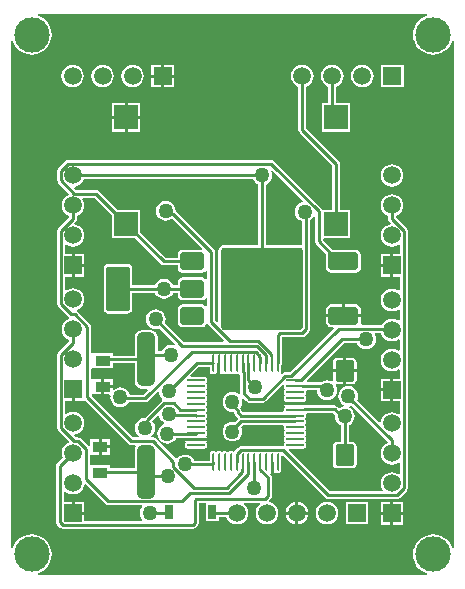
<source format=gtl>
G04*
G04 #@! TF.GenerationSoftware,Altium Limited,Altium Designer,22.7.1 (60)*
G04*
G04 Layer_Physical_Order=1*
G04 Layer_Color=255*
%FSAX44Y44*%
%MOMM*%
G71*
G04*
G04 #@! TF.SameCoordinates,EF7A3B51-B4F6-4626-86D8-2FC679187BC1*
G04*
G04*
G04 #@! TF.FilePolarity,Positive*
G04*
G01*
G75*
%ADD13C,0.2540*%
%ADD31R,1.3000X0.9000*%
G04:AMPARAMS|DCode=32|XSize=4.5mm|YSize=1.5mm|CornerRadius=0.375mm|HoleSize=0mm|Usage=FLASHONLY|Rotation=270.000|XOffset=0mm|YOffset=0mm|HoleType=Round|Shape=RoundedRectangle|*
%AMROUNDEDRECTD32*
21,1,4.5000,0.7500,0,0,270.0*
21,1,3.7500,1.5000,0,0,270.0*
1,1,0.7500,-0.3750,-1.8750*
1,1,0.7500,-0.3750,1.8750*
1,1,0.7500,0.3750,1.8750*
1,1,0.7500,0.3750,-1.8750*
%
%ADD32ROUNDEDRECTD32*%
G04:AMPARAMS|DCode=33|XSize=0.15mm|YSize=1.44mm|CornerRadius=0.0188mm|HoleSize=0mm|Usage=FLASHONLY|Rotation=180.000|XOffset=0mm|YOffset=0mm|HoleType=Round|Shape=RoundedRectangle|*
%AMROUNDEDRECTD33*
21,1,0.1500,1.4025,0,0,180.0*
21,1,0.1125,1.4400,0,0,180.0*
1,1,0.0375,-0.0563,0.7013*
1,1,0.0375,0.0563,0.7013*
1,1,0.0375,0.0563,-0.7013*
1,1,0.0375,-0.0563,-0.7013*
%
%ADD33ROUNDEDRECTD33*%
G04:AMPARAMS|DCode=34|XSize=1.44mm|YSize=0.18mm|CornerRadius=0.0225mm|HoleSize=0mm|Usage=FLASHONLY|Rotation=180.000|XOffset=0mm|YOffset=0mm|HoleType=Round|Shape=RoundedRectangle|*
%AMROUNDEDRECTD34*
21,1,1.4400,0.1350,0,0,180.0*
21,1,1.3950,0.1800,0,0,180.0*
1,1,0.0450,-0.6975,0.0675*
1,1,0.0450,0.6975,0.0675*
1,1,0.0450,0.6975,-0.0675*
1,1,0.0450,-0.6975,-0.0675*
%
%ADD34ROUNDEDRECTD34*%
G04:AMPARAMS|DCode=35|XSize=1.6mm|YSize=1.8mm|CornerRadius=0.16mm|HoleSize=0mm|Usage=FLASHONLY|Rotation=0.000|XOffset=0mm|YOffset=0mm|HoleType=Round|Shape=RoundedRectangle|*
%AMROUNDEDRECTD35*
21,1,1.6000,1.4800,0,0,0.0*
21,1,1.2800,1.8000,0,0,0.0*
1,1,0.3200,0.6400,-0.7400*
1,1,0.3200,-0.6400,-0.7400*
1,1,0.3200,-0.6400,0.7400*
1,1,0.3200,0.6400,0.7400*
%
%ADD35ROUNDEDRECTD35*%
%ADD36R,0.7000X1.2000*%
%ADD37R,2.0000X2.0000*%
G04:AMPARAMS|DCode=38|XSize=1.5mm|YSize=2.5mm|CornerRadius=0.15mm|HoleSize=0mm|Usage=FLASHONLY|Rotation=90.000|XOffset=0mm|YOffset=0mm|HoleType=Round|Shape=RoundedRectangle|*
%AMROUNDEDRECTD38*
21,1,1.5000,2.2000,0,0,90.0*
21,1,1.2000,2.5000,0,0,90.0*
1,1,0.3000,1.1000,0.6000*
1,1,0.3000,1.1000,-0.6000*
1,1,0.3000,-1.1000,-0.6000*
1,1,0.3000,-1.1000,0.6000*
%
%ADD38ROUNDEDRECTD38*%
G04:AMPARAMS|DCode=39|XSize=7mm|YSize=7mm|CornerRadius=0.35mm|HoleSize=0mm|Usage=FLASHONLY|Rotation=90.000|XOffset=0mm|YOffset=0mm|HoleType=Round|Shape=RoundedRectangle|*
%AMROUNDEDRECTD39*
21,1,7.0000,6.3000,0,0,90.0*
21,1,6.3000,7.0000,0,0,90.0*
1,1,0.7000,3.1500,3.1500*
1,1,0.7000,3.1500,-3.1500*
1,1,0.7000,-3.1500,-3.1500*
1,1,0.7000,-3.1500,3.1500*
%
%ADD39ROUNDEDRECTD39*%
G04:AMPARAMS|DCode=40|XSize=3.8mm|YSize=2mm|CornerRadius=0.2mm|HoleSize=0mm|Usage=FLASHONLY|Rotation=90.000|XOffset=0mm|YOffset=0mm|HoleType=Round|Shape=RoundedRectangle|*
%AMROUNDEDRECTD40*
21,1,3.8000,1.6000,0,0,90.0*
21,1,3.4000,2.0000,0,0,90.0*
1,1,0.4000,0.8000,1.7000*
1,1,0.4000,0.8000,-1.7000*
1,1,0.4000,-0.8000,-1.7000*
1,1,0.4000,-0.8000,1.7000*
%
%ADD40ROUNDEDRECTD40*%
G04:AMPARAMS|DCode=41|XSize=1.5mm|YSize=2mm|CornerRadius=0.15mm|HoleSize=0mm|Usage=FLASHONLY|Rotation=90.000|XOffset=0mm|YOffset=0mm|HoleType=Round|Shape=RoundedRectangle|*
%AMROUNDEDRECTD41*
21,1,1.5000,1.7000,0,0,90.0*
21,1,1.2000,2.0000,0,0,90.0*
1,1,0.3000,0.8500,0.6000*
1,1,0.3000,0.8500,-0.6000*
1,1,0.3000,-0.8500,-0.6000*
1,1,0.3000,-0.8500,0.6000*
%
%ADD41ROUNDEDRECTD41*%
%ADD42R,1.5000X1.5000*%
%ADD43C,1.5000*%
%ADD44R,1.5000X1.5000*%
%ADD45C,1.2700*%
%ADD46C,3.0000*%
G36*
X00764779Y01136181D02*
X00763463Y01135782D01*
X00760510Y01134203D01*
X00757921Y01132079D01*
X00755797Y01129490D01*
X00754218Y01126537D01*
X00753246Y01123333D01*
X00752918Y01120000D01*
X00753246Y01116667D01*
X00754218Y01113463D01*
X00755797Y01110510D01*
X00757921Y01107921D01*
X00760510Y01105797D01*
X00763463Y01104218D01*
X00766667Y01103246D01*
X00770000Y01102918D01*
X00773333Y01103246D01*
X00776537Y01104218D01*
X00779490Y01105797D01*
X00782079Y01107921D01*
X00784203Y01110510D01*
X00785782Y01113463D01*
X00786181Y01114779D01*
X00787451Y01114591D01*
Y00685409D01*
X00786181Y00685221D01*
X00785782Y00686537D01*
X00784203Y00689490D01*
X00782079Y00692079D01*
X00779490Y00694203D01*
X00776537Y00695782D01*
X00773333Y00696754D01*
X00770000Y00697082D01*
X00766667Y00696754D01*
X00763463Y00695782D01*
X00760510Y00694203D01*
X00757921Y00692079D01*
X00755797Y00689490D01*
X00754218Y00686537D01*
X00753246Y00683333D01*
X00752918Y00680000D01*
X00753246Y00676667D01*
X00754218Y00673463D01*
X00755797Y00670510D01*
X00757921Y00667921D01*
X00760510Y00665797D01*
X00763463Y00664218D01*
X00764779Y00663819D01*
X00764591Y00662549D01*
X00435409D01*
X00435221Y00663819D01*
X00436537Y00664218D01*
X00439490Y00665797D01*
X00442079Y00667921D01*
X00444203Y00670510D01*
X00445782Y00673463D01*
X00446754Y00676667D01*
X00447082Y00680000D01*
X00446754Y00683333D01*
X00445782Y00686537D01*
X00444203Y00689490D01*
X00442079Y00692079D01*
X00439490Y00694203D01*
X00436537Y00695782D01*
X00433333Y00696754D01*
X00430000Y00697082D01*
X00426667Y00696754D01*
X00423463Y00695782D01*
X00420510Y00694203D01*
X00417921Y00692079D01*
X00415797Y00689490D01*
X00414218Y00686537D01*
X00413819Y00685221D01*
X00412549Y00685409D01*
Y01114591D01*
X00413819Y01114779D01*
X00414218Y01113463D01*
X00415797Y01110510D01*
X00417921Y01107921D01*
X00420510Y01105797D01*
X00423463Y01104218D01*
X00426667Y01103246D01*
X00430000Y01102918D01*
X00433333Y01103246D01*
X00436537Y01104218D01*
X00439490Y01105797D01*
X00442079Y01107921D01*
X00444203Y01110510D01*
X00445782Y01113463D01*
X00446754Y01116667D01*
X00447082Y01120000D01*
X00446754Y01123333D01*
X00445782Y01126537D01*
X00444203Y01129490D01*
X00442079Y01132079D01*
X00439490Y01134203D01*
X00436537Y01135782D01*
X00435221Y01136181D01*
X00435409Y01137451D01*
X00764591D01*
X00764779Y01136181D01*
D02*
G37*
%LPC*%
G36*
X00550300Y01094500D02*
X00542070D01*
Y01086270D01*
X00550300D01*
Y01094500D01*
D02*
G37*
G36*
X00539530D02*
X00531300D01*
Y01086270D01*
X00539530D01*
Y01094500D01*
D02*
G37*
G36*
X00744900D02*
X00725900D01*
Y01075500D01*
X00744900D01*
Y01094500D01*
D02*
G37*
G36*
X00550300Y01083730D02*
X00542070D01*
Y01075500D01*
X00550300D01*
Y01083730D01*
D02*
G37*
G36*
X00539530D02*
X00531300D01*
Y01075500D01*
X00539530D01*
Y01083730D01*
D02*
G37*
G36*
X00710000Y01094582D02*
X00707520Y01094255D01*
X00705209Y01093298D01*
X00703225Y01091775D01*
X00701702Y01089791D01*
X00700744Y01087480D01*
X00700418Y01085000D01*
X00700744Y01082520D01*
X00701702Y01080209D01*
X00703225Y01078224D01*
X00705209Y01076702D01*
X00707520Y01075744D01*
X00710000Y01075418D01*
X00712480Y01075744D01*
X00714791Y01076702D01*
X00716776Y01078224D01*
X00718298Y01080209D01*
X00719256Y01082520D01*
X00719582Y01085000D01*
X00719256Y01087480D01*
X00718298Y01089791D01*
X00716776Y01091775D01*
X00714791Y01093298D01*
X00712480Y01094255D01*
X00710000Y01094582D01*
D02*
G37*
G36*
X00515400D02*
X00512920Y01094255D01*
X00510609Y01093298D01*
X00508625Y01091775D01*
X00507102Y01089791D01*
X00506145Y01087480D01*
X00505818Y01085000D01*
X00506145Y01082520D01*
X00507102Y01080209D01*
X00508625Y01078224D01*
X00510609Y01076702D01*
X00512920Y01075744D01*
X00515400Y01075418D01*
X00517880Y01075744D01*
X00520191Y01076702D01*
X00522175Y01078224D01*
X00523698Y01080209D01*
X00524655Y01082520D01*
X00524982Y01085000D01*
X00524655Y01087480D01*
X00523698Y01089791D01*
X00522175Y01091775D01*
X00520191Y01093298D01*
X00517880Y01094255D01*
X00515400Y01094582D01*
D02*
G37*
G36*
X00490000D02*
X00487520Y01094255D01*
X00485209Y01093298D01*
X00483225Y01091775D01*
X00481702Y01089791D01*
X00480745Y01087480D01*
X00480418Y01085000D01*
X00480745Y01082520D01*
X00481702Y01080209D01*
X00483225Y01078224D01*
X00485209Y01076702D01*
X00487520Y01075744D01*
X00490000Y01075418D01*
X00492480Y01075744D01*
X00494791Y01076702D01*
X00496776Y01078224D01*
X00498298Y01080209D01*
X00499255Y01082520D01*
X00499582Y01085000D01*
X00499255Y01087480D01*
X00498298Y01089791D01*
X00496776Y01091775D01*
X00494791Y01093298D01*
X00492480Y01094255D01*
X00490000Y01094582D01*
D02*
G37*
G36*
X00464600D02*
X00462120Y01094255D01*
X00459809Y01093298D01*
X00457825Y01091775D01*
X00456302Y01089791D01*
X00455345Y01087480D01*
X00455018Y01085000D01*
X00455345Y01082520D01*
X00456302Y01080209D01*
X00457825Y01078224D01*
X00459809Y01076702D01*
X00462120Y01075744D01*
X00464600Y01075418D01*
X00467080Y01075744D01*
X00469391Y01076702D01*
X00471376Y01078224D01*
X00472898Y01080209D01*
X00473856Y01082520D01*
X00474182Y01085000D01*
X00473856Y01087480D01*
X00472898Y01089791D01*
X00471376Y01091775D01*
X00469391Y01093298D01*
X00467080Y01094255D01*
X00464600Y01094582D01*
D02*
G37*
G36*
X00522000Y01062000D02*
X00511270D01*
Y01051270D01*
X00522000D01*
Y01062000D01*
D02*
G37*
G36*
X00508730D02*
X00498000D01*
Y01051270D01*
X00508730D01*
Y01062000D01*
D02*
G37*
G36*
X00684600Y01094582D02*
X00682120Y01094255D01*
X00679809Y01093298D01*
X00677825Y01091775D01*
X00676302Y01089791D01*
X00675344Y01087480D01*
X00675018Y01085000D01*
X00675344Y01082520D01*
X00676302Y01080209D01*
X00677825Y01078224D01*
X00679809Y01076702D01*
X00681266Y01076098D01*
Y01062000D01*
X00675800D01*
Y01038000D01*
X00699800D01*
Y01062000D01*
X00687934D01*
Y01076098D01*
X00689391Y01076702D01*
X00691376Y01078224D01*
X00692898Y01080209D01*
X00693856Y01082520D01*
X00694182Y01085000D01*
X00693856Y01087480D01*
X00692898Y01089791D01*
X00691376Y01091775D01*
X00689391Y01093298D01*
X00687080Y01094255D01*
X00684600Y01094582D01*
D02*
G37*
G36*
X00522000Y01048730D02*
X00511270D01*
Y01038000D01*
X00522000D01*
Y01048730D01*
D02*
G37*
G36*
X00508730D02*
X00498000D01*
Y01038000D01*
X00508730D01*
Y01048730D01*
D02*
G37*
G36*
X00735000Y01010382D02*
X00732520Y01010055D01*
X00730209Y01009098D01*
X00728225Y01007576D01*
X00726702Y01005591D01*
X00725744Y01003280D01*
X00725418Y01000800D01*
X00725744Y00998320D01*
X00726702Y00996009D01*
X00728225Y00994025D01*
X00730209Y00992502D01*
X00732520Y00991544D01*
X00735000Y00991218D01*
X00737480Y00991544D01*
X00739791Y00992502D01*
X00741776Y00994025D01*
X00743298Y00996009D01*
X00744256Y00998320D01*
X00744582Y01000800D01*
X00744256Y01003280D01*
X00743298Y01005591D01*
X00741776Y01007576D01*
X00739791Y01009098D01*
X00737480Y01010055D01*
X00735000Y01010382D01*
D02*
G37*
G36*
X00659200Y01094582D02*
X00656720Y01094255D01*
X00654409Y01093298D01*
X00652425Y01091775D01*
X00650902Y01089791D01*
X00649945Y01087480D01*
X00649618Y01085000D01*
X00649945Y01082520D01*
X00650902Y01080209D01*
X00652425Y01078224D01*
X00654409Y01076702D01*
X00655866Y01076098D01*
Y01039394D01*
X00656120Y01038118D01*
X00656842Y01037037D01*
X00684466Y01009413D01*
Y00971830D01*
X00676074D01*
X00675358Y00972902D01*
X00635082Y01013178D01*
X00634000Y01013900D01*
X00632724Y01014154D01*
X00460850D01*
X00459574Y01013900D01*
X00458492Y01013178D01*
X00452622Y01007308D01*
X00451900Y01006226D01*
X00451646Y01004950D01*
Y00996650D01*
X00451900Y00995374D01*
X00452622Y00994292D01*
X00461527Y00985387D01*
X00461279Y00984142D01*
X00460209Y00983698D01*
X00458225Y00982176D01*
X00456702Y00980191D01*
X00455745Y00977880D01*
X00455418Y00975400D01*
X00455745Y00972920D01*
X00456702Y00970609D01*
X00458225Y00968625D01*
X00460209Y00967102D01*
X00461333Y00966636D01*
X00461473Y00965358D01*
X00452622Y00956508D01*
X00451900Y00955426D01*
X00451646Y00954150D01*
Y00891650D01*
X00451900Y00890374D01*
X00452622Y00889292D01*
X00461172Y00880742D01*
X00461422Y00880575D01*
X00461281Y00879142D01*
X00460209Y00878698D01*
X00458225Y00877176D01*
X00456702Y00875191D01*
X00455745Y00872880D01*
X00455418Y00870400D01*
X00455745Y00867920D01*
X00456702Y00865609D01*
X00458225Y00863625D01*
X00460209Y00862102D01*
X00461333Y00861636D01*
X00461473Y00860358D01*
X00452622Y00851508D01*
X00451900Y00850426D01*
X00451646Y00849150D01*
Y00787050D01*
X00451900Y00785774D01*
X00452622Y00784692D01*
X00461527Y00775787D01*
X00461279Y00774542D01*
X00460209Y00774098D01*
X00458225Y00772575D01*
X00456702Y00770591D01*
X00455745Y00768280D01*
X00455418Y00765800D01*
X00455745Y00763320D01*
X00456348Y00761863D01*
X00451642Y00757158D01*
X00450920Y00756076D01*
X00450666Y00754800D01*
Y00707436D01*
X00450920Y00706160D01*
X00451642Y00705079D01*
X00454099Y00702622D01*
X00455180Y00701900D01*
X00456456Y00701646D01*
X00566512D01*
X00567788Y00701900D01*
X00568870Y00702622D01*
X00570358Y00704110D01*
X00571080Y00705192D01*
X00571334Y00706468D01*
Y00723796D01*
X00577500D01*
Y00708000D01*
X00588500D01*
Y00711666D01*
X00594898D01*
X00595502Y00710209D01*
X00597025Y00708224D01*
X00599009Y00706702D01*
X00601320Y00705744D01*
X00603800Y00705418D01*
X00606280Y00705744D01*
X00608591Y00706702D01*
X00610575Y00708224D01*
X00612098Y00710209D01*
X00613055Y00712520D01*
X00613382Y00715000D01*
X00613055Y00717480D01*
X00612098Y00719791D01*
X00610575Y00721775D01*
X00609597Y00722526D01*
X00610028Y00723796D01*
X00622971D01*
X00623403Y00722526D01*
X00622425Y00721775D01*
X00620902Y00719791D01*
X00619945Y00717480D01*
X00619618Y00715000D01*
X00619945Y00712520D01*
X00620902Y00710209D01*
X00622425Y00708224D01*
X00624409Y00706702D01*
X00626720Y00705744D01*
X00629200Y00705418D01*
X00631680Y00705744D01*
X00633991Y00706702D01*
X00635975Y00708224D01*
X00637498Y00710209D01*
X00638456Y00712520D01*
X00638782Y00715000D01*
X00638456Y00717480D01*
X00637498Y00719791D01*
X00635975Y00721775D01*
X00633991Y00723298D01*
X00631680Y00724255D01*
X00631325Y00724302D01*
X00630870Y00725643D01*
X00632357Y00727130D01*
X00633080Y00728212D01*
X00633334Y00729488D01*
Y00745147D01*
X00633080Y00746423D01*
X00632357Y00747505D01*
X00632080Y00747783D01*
X00632230Y00748064D01*
Y00758150D01*
X00634770D01*
Y00749048D01*
X00634916Y00749077D01*
X00635082Y00749188D01*
X00636000Y00749455D01*
X00636918Y00749188D01*
X00637084Y00749077D01*
X00637938Y00748907D01*
X00639062D01*
X00639916Y00749077D01*
X00640640Y00749560D01*
X00641123Y00750284D01*
X00641293Y00751137D01*
Y00763196D01*
X00642563Y00763722D01*
X00678662Y00727622D01*
X00679744Y00726900D01*
X00681020Y00726646D01*
X00739150D01*
X00740426Y00726900D01*
X00741508Y00727622D01*
X00747378Y00733492D01*
X00748100Y00734574D01*
X00748354Y00735850D01*
Y00954150D01*
X00748100Y00955426D01*
X00747378Y00956508D01*
X00738527Y00965358D01*
X00738667Y00966636D01*
X00739791Y00967102D01*
X00741776Y00968625D01*
X00743298Y00970609D01*
X00744256Y00972920D01*
X00744582Y00975400D01*
X00744256Y00977880D01*
X00743298Y00980191D01*
X00741776Y00982176D01*
X00739791Y00983698D01*
X00737480Y00984656D01*
X00735000Y00984982D01*
X00732520Y00984656D01*
X00730209Y00983698D01*
X00728225Y00982176D01*
X00726702Y00980191D01*
X00725744Y00977880D01*
X00725418Y00975400D01*
X00725744Y00972920D01*
X00726702Y00970609D01*
X00728225Y00968625D01*
X00730209Y00967102D01*
X00731746Y00966465D01*
Y00964090D01*
X00732000Y00962814D01*
X00732723Y00961732D01*
X00733873Y00960582D01*
X00733465Y00959380D01*
X00732520Y00959256D01*
X00730209Y00958298D01*
X00728225Y00956776D01*
X00726702Y00954791D01*
X00725744Y00952480D01*
X00725418Y00950000D01*
X00725744Y00947520D01*
X00726702Y00945209D01*
X00728225Y00943225D01*
X00730209Y00941702D01*
X00732520Y00940744D01*
X00735000Y00940418D01*
X00737480Y00940744D01*
X00739791Y00941702D01*
X00740547Y00942282D01*
X00741686Y00941720D01*
Y00934100D01*
X00736270D01*
Y00924600D01*
Y00915100D01*
X00741686D01*
Y00903680D01*
X00740547Y00903118D01*
X00739791Y00903698D01*
X00737480Y00904656D01*
X00735000Y00904982D01*
X00732520Y00904656D01*
X00730209Y00903698D01*
X00728225Y00902176D01*
X00726702Y00900191D01*
X00725744Y00897880D01*
X00725418Y00895400D01*
X00725744Y00892920D01*
X00726702Y00890609D01*
X00728225Y00888625D01*
X00730209Y00887102D01*
X00732520Y00886145D01*
X00735000Y00885818D01*
X00737480Y00886145D01*
X00739791Y00887102D01*
X00740547Y00887682D01*
X00741686Y00887120D01*
Y00878280D01*
X00740547Y00877718D01*
X00739791Y00878298D01*
X00737480Y00879256D01*
X00735000Y00879582D01*
X00732520Y00879256D01*
X00730209Y00878298D01*
X00728225Y00876776D01*
X00726702Y00874791D01*
X00726459Y00874204D01*
X00709421D01*
X00708464Y00875474D01*
X00708569Y00876000D01*
Y00880730D01*
X00694000D01*
X00679431D01*
Y00876000D01*
X00679703Y00874634D01*
X00680477Y00873477D01*
X00681634Y00872703D01*
X00683000Y00872431D01*
X00685087D01*
X00685573Y00871258D01*
X00648569Y00834254D01*
X00644738D01*
X00643462Y00834000D01*
X00642381Y00833277D01*
X00642134Y00833031D01*
X00642045Y00833024D01*
X00641493Y00833598D01*
X00641159Y00834163D01*
X00641293Y00834837D01*
Y00840144D01*
X00641580Y00840574D01*
X00641834Y00841850D01*
Y00864146D01*
X00658994D01*
X00660269Y00864400D01*
X00661351Y00865123D01*
X00664877Y00868649D01*
X00665600Y00869731D01*
X00665854Y00871006D01*
Y00963200D01*
X00666955Y00964045D01*
X00668294Y00965789D01*
X00668396Y00966036D01*
X00669666Y00965783D01*
Y00945482D01*
X00669920Y00944207D01*
X00670642Y00943125D01*
X00679487Y00934280D01*
X00679431Y00934000D01*
Y00922000D01*
X00679703Y00920634D01*
X00680477Y00919477D01*
X00681634Y00918703D01*
X00683000Y00918431D01*
X00705000D01*
X00706366Y00918703D01*
X00707523Y00919477D01*
X00708297Y00920634D01*
X00708569Y00922000D01*
Y00934000D01*
X00708297Y00935366D01*
X00707523Y00936523D01*
X00706366Y00937297D01*
X00705000Y00937569D01*
X00685510D01*
X00685269Y00937928D01*
X00676637Y00946560D01*
X00677067Y00947830D01*
X00699800D01*
Y00971830D01*
X00691134D01*
Y01010794D01*
X00690880Y01012070D01*
X00690157Y01013152D01*
X00662534Y01040775D01*
Y01076098D01*
X00663991Y01076702D01*
X00665975Y01078224D01*
X00667498Y01080209D01*
X00668456Y01082520D01*
X00668782Y01085000D01*
X00668456Y01087480D01*
X00667498Y01089791D01*
X00665975Y01091775D01*
X00663991Y01093298D01*
X00661680Y01094255D01*
X00659200Y01094582D01*
D02*
G37*
G36*
X00733730Y00934100D02*
X00725500D01*
Y00925870D01*
X00733730D01*
Y00934100D01*
D02*
G37*
G36*
Y00923330D02*
X00725500D01*
Y00915100D01*
X00733730D01*
Y00923330D01*
D02*
G37*
G36*
X00705000Y00891569D02*
X00695270D01*
Y00883270D01*
X00708569D01*
Y00888000D01*
X00708297Y00889366D01*
X00707523Y00890523D01*
X00706366Y00891297D01*
X00705000Y00891569D01*
D02*
G37*
G36*
X00692730D02*
X00683000D01*
X00681634Y00891297D01*
X00680477Y00890523D01*
X00679703Y00889366D01*
X00679431Y00888000D01*
Y00883270D01*
X00692730D01*
Y00891569D01*
D02*
G37*
G36*
X00655870Y00724415D02*
Y00716270D01*
X00664015D01*
X00663856Y00717480D01*
X00662898Y00719791D01*
X00661376Y00721775D01*
X00659391Y00723298D01*
X00657080Y00724255D01*
X00655870Y00724415D01*
D02*
G37*
G36*
X00653330D02*
X00652120Y00724255D01*
X00649809Y00723298D01*
X00647825Y00721775D01*
X00646302Y00719791D01*
X00645345Y00717480D01*
X00645185Y00716270D01*
X00653330D01*
Y00724415D01*
D02*
G37*
G36*
X00744500Y00724100D02*
X00736270D01*
Y00715870D01*
X00744500D01*
Y00724100D01*
D02*
G37*
G36*
X00733730D02*
X00725500D01*
Y00715870D01*
X00733730D01*
Y00724100D01*
D02*
G37*
G36*
X00664015Y00713730D02*
X00655870D01*
Y00705585D01*
X00657080Y00705744D01*
X00659391Y00706702D01*
X00661376Y00708224D01*
X00662898Y00710209D01*
X00663856Y00712520D01*
X00664015Y00713730D01*
D02*
G37*
G36*
X00653330D02*
X00645185D01*
X00645345Y00712520D01*
X00646302Y00710209D01*
X00647825Y00708224D01*
X00649809Y00706702D01*
X00652120Y00705744D01*
X00653330Y00705585D01*
Y00713730D01*
D02*
G37*
G36*
X00714900Y00724500D02*
X00695900D01*
Y00705500D01*
X00714900D01*
Y00724500D01*
D02*
G37*
G36*
X00680000Y00724582D02*
X00677520Y00724255D01*
X00675209Y00723298D01*
X00673225Y00721775D01*
X00671702Y00719791D01*
X00670745Y00717480D01*
X00670418Y00715000D01*
X00670745Y00712520D01*
X00671702Y00710209D01*
X00673225Y00708224D01*
X00675209Y00706702D01*
X00677520Y00705744D01*
X00680000Y00705418D01*
X00682480Y00705744D01*
X00684791Y00706702D01*
X00686776Y00708224D01*
X00688298Y00710209D01*
X00689256Y00712520D01*
X00689582Y00715000D01*
X00689256Y00717480D01*
X00688298Y00719791D01*
X00686776Y00721775D01*
X00684791Y00723298D01*
X00682480Y00724255D01*
X00680000Y00724582D01*
D02*
G37*
G36*
X00744500Y00713330D02*
X00736270D01*
Y00705100D01*
X00744500D01*
Y00713330D01*
D02*
G37*
G36*
X00733730D02*
X00725500D01*
Y00705100D01*
X00733730D01*
Y00713330D01*
D02*
G37*
%LPD*%
G36*
X00659461Y00979368D02*
X00659053Y00978166D01*
X00658820Y00978135D01*
X00656789Y00977294D01*
X00655045Y00975955D01*
X00653706Y00974211D01*
X00652865Y00972180D01*
X00652578Y00970000D01*
X00652865Y00967820D01*
X00653706Y00965789D01*
X00655045Y00964045D01*
X00656789Y00962706D01*
X00658820Y00961865D01*
X00659186Y00961817D01*
Y00942731D01*
X00657916Y00941826D01*
X00656500Y00942108D01*
X00628334D01*
Y00993060D01*
X00629411Y00993506D01*
X00631155Y00994845D01*
X00632494Y00996589D01*
X00633335Y00998620D01*
X00633622Y01000800D01*
X00633335Y01002980D01*
X00632827Y01004206D01*
X00633904Y01004925D01*
X00659461Y00979368D01*
D02*
G37*
G36*
X00498000Y00967115D02*
Y00947830D01*
X00517285D01*
X00539473Y00925642D01*
X00540554Y00924920D01*
X00541830Y00924666D01*
X00553931D01*
Y00922000D01*
X00554203Y00920634D01*
X00554977Y00919477D01*
X00556134Y00918703D01*
X00557500Y00918431D01*
X00574500D01*
X00575866Y00918703D01*
X00577023Y00919477D01*
X00577396Y00920034D01*
X00578666Y00919649D01*
Y00913351D01*
X00577396Y00912966D01*
X00577023Y00913523D01*
X00575866Y00914297D01*
X00574500Y00914569D01*
X00557500D01*
X00556134Y00914297D01*
X00554977Y00913523D01*
X00554203Y00912366D01*
X00553931Y00911000D01*
Y00908334D01*
X00549657D01*
X00549294Y00909211D01*
X00547955Y00910955D01*
X00546211Y00912294D01*
X00544180Y00913135D01*
X00542000Y00913422D01*
X00539820Y00913135D01*
X00537789Y00912294D01*
X00536045Y00910955D01*
X00534706Y00909211D01*
X00534343Y00908334D01*
X00515078D01*
Y00922000D01*
X00514768Y00923561D01*
X00513884Y00924884D01*
X00512561Y00925768D01*
X00511000Y00926078D01*
X00495000D01*
X00493439Y00925768D01*
X00492116Y00924884D01*
X00491232Y00923561D01*
X00490922Y00922000D01*
Y00888000D01*
X00491232Y00886439D01*
X00492116Y00885116D01*
X00493439Y00884232D01*
X00495000Y00883922D01*
X00511000D01*
X00512561Y00884232D01*
X00513884Y00885116D01*
X00514768Y00886439D01*
X00515078Y00888000D01*
Y00901666D01*
X00534343D01*
X00534706Y00900789D01*
X00536045Y00899045D01*
X00537789Y00897706D01*
X00539820Y00896865D01*
X00542000Y00896578D01*
X00544180Y00896865D01*
X00546211Y00897706D01*
X00547955Y00899045D01*
X00549294Y00900789D01*
X00549657Y00901666D01*
X00553931D01*
Y00899000D01*
X00554203Y00897634D01*
X00554977Y00896477D01*
X00556134Y00895703D01*
X00557500Y00895431D01*
X00574500D01*
X00575866Y00895703D01*
X00577023Y00896477D01*
X00577396Y00897034D01*
X00578666Y00896649D01*
Y00890351D01*
X00577396Y00889966D01*
X00577023Y00890523D01*
X00575866Y00891297D01*
X00574500Y00891569D01*
X00557500D01*
X00556134Y00891297D01*
X00554977Y00890523D01*
X00554203Y00889366D01*
X00553931Y00888000D01*
Y00876000D01*
X00554203Y00874634D01*
X00554977Y00873477D01*
X00556134Y00872703D01*
X00557500Y00872431D01*
X00574500D01*
X00575866Y00872703D01*
X00577023Y00873477D01*
X00577797Y00874634D01*
X00577817Y00874738D01*
X00579141Y00874880D01*
X00579642Y00874129D01*
X00592559Y00861213D01*
X00592073Y00860039D01*
X00558676D01*
X00542772Y00875943D01*
X00543135Y00876820D01*
X00543422Y00879000D01*
X00543135Y00881180D01*
X00542294Y00883211D01*
X00540955Y00884955D01*
X00539211Y00886294D01*
X00537180Y00887135D01*
X00535000Y00887422D01*
X00532820Y00887135D01*
X00530789Y00886294D01*
X00529045Y00884955D01*
X00527706Y00883211D01*
X00526865Y00881180D01*
X00526578Y00879000D01*
X00526865Y00876820D01*
X00527706Y00874789D01*
X00529045Y00873045D01*
X00530789Y00871706D01*
X00532820Y00870865D01*
X00535000Y00870578D01*
X00537180Y00870865D01*
X00538057Y00871228D01*
X00551196Y00858089D01*
X00550477Y00857012D01*
X00550180Y00857135D01*
X00548000Y00857422D01*
X00545820Y00857135D01*
X00543789Y00856294D01*
X00542045Y00854955D01*
X00540706Y00853211D01*
X00540343Y00852334D01*
X00536613D01*
Y00863750D01*
X00536166Y00865993D01*
X00534896Y00867896D01*
X00532994Y00869166D01*
X00530750Y00869613D01*
X00523250D01*
X00521007Y00869166D01*
X00519104Y00867896D01*
X00517834Y00865993D01*
X00517387Y00863750D01*
Y00848334D01*
X00498500D01*
Y00850500D01*
X00481500D01*
Y00850500D01*
X00480334Y00850751D01*
Y00872570D01*
X00480080Y00873846D01*
X00479357Y00874928D01*
X00468828Y00885458D01*
X00468578Y00885625D01*
X00468719Y00887058D01*
X00469791Y00887502D01*
X00471776Y00889025D01*
X00473298Y00891009D01*
X00474255Y00893320D01*
X00474582Y00895800D01*
X00474255Y00898280D01*
X00473298Y00900591D01*
X00471776Y00902576D01*
X00469791Y00904098D01*
X00467480Y00905055D01*
X00465000Y00905382D01*
X00462520Y00905055D01*
X00460209Y00904098D01*
X00459453Y00903518D01*
X00458314Y00904080D01*
Y00915100D01*
X00463730D01*
Y00924600D01*
Y00934100D01*
X00458314D01*
Y00941720D01*
X00459453Y00942282D01*
X00460209Y00941702D01*
X00462520Y00940744D01*
X00465000Y00940418D01*
X00467480Y00940744D01*
X00469791Y00941702D01*
X00471776Y00943225D01*
X00473298Y00945209D01*
X00474255Y00947520D01*
X00474582Y00950000D01*
X00474255Y00952480D01*
X00473298Y00954791D01*
X00471776Y00956776D01*
X00469791Y00958298D01*
X00467480Y00959256D01*
X00466535Y00959380D01*
X00466127Y00960582D01*
X00467277Y00961732D01*
X00468000Y00962814D01*
X00468254Y00964090D01*
Y00966465D01*
X00469791Y00967102D01*
X00471776Y00968625D01*
X00473298Y00970609D01*
X00474255Y00972920D01*
X00474582Y00975400D01*
X00474255Y00977880D01*
X00473298Y00980191D01*
X00472718Y00980947D01*
X00473280Y00982086D01*
X00483029D01*
X00498000Y00967115D01*
D02*
G37*
G36*
X00617906Y00996589D02*
X00619245Y00994845D01*
X00620989Y00993506D01*
X00621666Y00993226D01*
Y00942108D01*
X00593500D01*
X00591354Y00941681D01*
X00589535Y00940465D01*
X00588319Y00938646D01*
X00587892Y00936500D01*
Y00876969D01*
X00586719Y00876482D01*
X00585334Y00877867D01*
Y00936000D01*
X00585080Y00937276D01*
X00584357Y00938357D01*
X00552187Y00970528D01*
X00551767Y00970809D01*
X00551792Y00971000D01*
X00551505Y00973180D01*
X00550664Y00975211D01*
X00549325Y00976955D01*
X00547581Y00978294D01*
X00545550Y00979135D01*
X00543370Y00979422D01*
X00541190Y00979135D01*
X00539159Y00978294D01*
X00537415Y00976955D01*
X00536076Y00975211D01*
X00535235Y00973180D01*
X00534948Y00971000D01*
X00535235Y00968820D01*
X00536076Y00966789D01*
X00537415Y00965045D01*
X00539159Y00963706D01*
X00541190Y00962865D01*
X00543370Y00962578D01*
X00545550Y00962865D01*
X00547581Y00963706D01*
X00548711Y00964574D01*
X00574446Y00938839D01*
X00573920Y00937569D01*
X00557500D01*
X00556134Y00937297D01*
X00554977Y00936523D01*
X00554203Y00935366D01*
X00553931Y00934000D01*
Y00931334D01*
X00543211D01*
X00522000Y00952545D01*
Y00971830D01*
X00502715D01*
X00486768Y00987778D01*
X00485686Y00988500D01*
X00484410Y00988754D01*
X00467591D01*
X00466127Y00990218D01*
X00466535Y00991420D01*
X00467480Y00991544D01*
X00469791Y00992502D01*
X00471776Y00994025D01*
X00473298Y00996009D01*
X00473984Y00997666D01*
X00617460D01*
X00617906Y00996589D01*
D02*
G37*
G36*
X00725744Y00867520D02*
X00726702Y00865209D01*
X00728225Y00863225D01*
X00730209Y00861702D01*
X00732520Y00860745D01*
X00735000Y00860418D01*
X00737480Y00860745D01*
X00739791Y00861702D01*
X00740547Y00862282D01*
X00741686Y00861720D01*
Y00852880D01*
X00740547Y00852318D01*
X00739791Y00852898D01*
X00737480Y00853856D01*
X00735000Y00854182D01*
X00732520Y00853856D01*
X00730209Y00852898D01*
X00728225Y00851376D01*
X00726702Y00849391D01*
X00725744Y00847080D01*
X00725418Y00844600D01*
X00725744Y00842120D01*
X00726702Y00839809D01*
X00728225Y00837825D01*
X00730209Y00836302D01*
X00732520Y00835345D01*
X00735000Y00835018D01*
X00737480Y00835345D01*
X00739791Y00836302D01*
X00740547Y00836882D01*
X00741686Y00836320D01*
Y00828700D01*
X00736270D01*
Y00819200D01*
Y00809700D01*
X00741686D01*
Y00799080D01*
X00740547Y00798518D01*
X00739791Y00799098D01*
X00737480Y00800055D01*
X00735000Y00800382D01*
X00732520Y00800055D01*
X00730209Y00799098D01*
X00728225Y00797575D01*
X00726702Y00795591D01*
X00725744Y00793280D01*
X00725606Y00792231D01*
X00724404Y00791823D01*
X00705629Y00810598D01*
X00706135Y00811820D01*
X00706422Y00814000D01*
X00706135Y00816180D01*
X00705294Y00818211D01*
X00703955Y00819955D01*
X00702211Y00821294D01*
X00700180Y00822135D01*
X00698000Y00822422D01*
X00695820Y00822135D01*
X00693789Y00821294D01*
X00692045Y00819955D01*
X00690706Y00818211D01*
X00689865Y00816180D01*
X00689578Y00814000D01*
X00689865Y00811820D01*
X00690706Y00809789D01*
X00692045Y00808045D01*
X00693789Y00806706D01*
X00694087Y00806583D01*
X00693915Y00805279D01*
X00692820Y00805135D01*
X00690789Y00804294D01*
X00690157Y00803809D01*
X00688820Y00805146D01*
X00687738Y00805869D01*
X00686462Y00806122D01*
X00662670D01*
X00662582Y00806230D01*
X00652850D01*
X00643725D01*
X00643779Y00805957D01*
X00644271Y00805221D01*
Y00804779D01*
X00643779Y00804043D01*
X00643606Y00803175D01*
Y00801825D01*
X00642509Y00800834D01*
X00608851D01*
X00607580Y00802105D01*
X00607351Y00803255D01*
X00606777Y00804115D01*
X00607294Y00804789D01*
X00608135Y00806820D01*
X00608422Y00809000D01*
X00608135Y00811180D01*
X00608012Y00811477D01*
X00609089Y00812196D01*
X00611838Y00809447D01*
X00612920Y00808724D01*
X00614196Y00808470D01*
X00625622D01*
X00626898Y00808724D01*
X00627980Y00809447D01*
X00642461Y00823928D01*
X00643632Y00823303D01*
X00643606Y00823175D01*
Y00821825D01*
X00643779Y00820957D01*
X00644179Y00820000D01*
X00643779Y00819043D01*
X00643606Y00818175D01*
Y00816825D01*
X00643779Y00815957D01*
X00644271Y00815221D01*
Y00814779D01*
X00643779Y00814043D01*
X00643606Y00813175D01*
Y00811825D01*
X00643779Y00810957D01*
X00644271Y00810221D01*
Y00809779D01*
X00643779Y00809043D01*
X00643725Y00808770D01*
X00652850D01*
X00661975D01*
X00661921Y00809043D01*
X00661429Y00809779D01*
Y00810221D01*
X00661921Y00810957D01*
X00662094Y00811825D01*
Y00813175D01*
X00661921Y00814043D01*
X00661429Y00814779D01*
Y00815221D01*
X00661921Y00815957D01*
X00662094Y00816825D01*
Y00818175D01*
X00663191Y00819166D01*
X00671432D01*
X00671578Y00819000D01*
X00671865Y00816820D01*
X00672706Y00814789D01*
X00674045Y00813045D01*
X00675789Y00811706D01*
X00677820Y00810865D01*
X00680000Y00810578D01*
X00682180Y00810865D01*
X00684211Y00811706D01*
X00685955Y00813045D01*
X00687294Y00814789D01*
X00688135Y00816820D01*
X00688422Y00819000D01*
X00688135Y00821180D01*
X00687324Y00823138D01*
X00687442Y00823415D01*
X00688071Y00824285D01*
X00688600Y00824180D01*
X00693730D01*
Y00833980D01*
X00684930D01*
Y00827850D01*
X00685049Y00827252D01*
X00684716Y00826871D01*
X00683920Y00826414D01*
X00682180Y00827135D01*
X00680000Y00827422D01*
X00677820Y00827135D01*
X00675789Y00826294D01*
X00674894Y00825607D01*
X00673751Y00825834D01*
X00663255D01*
X00662729Y00827104D01*
X00694291Y00858666D01*
X00705343D01*
X00705706Y00857789D01*
X00707045Y00856045D01*
X00708789Y00854706D01*
X00710820Y00853865D01*
X00713000Y00853578D01*
X00715180Y00853865D01*
X00717211Y00854706D01*
X00718955Y00856045D01*
X00720294Y00857789D01*
X00721135Y00859820D01*
X00721422Y00862000D01*
X00721135Y00864180D01*
X00720294Y00866211D01*
X00720151Y00866397D01*
X00720713Y00867536D01*
X00725742D01*
X00725744Y00867520D01*
D02*
G37*
G36*
X00589770Y00832748D02*
X00589916Y00832777D01*
X00590082Y00832888D01*
X00591000Y00833155D01*
X00591918Y00832888D01*
X00592084Y00832777D01*
X00592938Y00832607D01*
X00594062D01*
X00594916Y00832777D01*
X00595082Y00832888D01*
X00596000Y00833155D01*
X00596918Y00832888D01*
X00597084Y00832777D01*
X00597938Y00832607D01*
X00599062D01*
X00599916Y00832777D01*
X00600082Y00832888D01*
X00601000Y00833155D01*
X00601918Y00832888D01*
X00602084Y00832777D01*
X00602938Y00832607D01*
X00604062D01*
X00604916Y00832777D01*
X00605688Y00832769D01*
X00606376Y00832251D01*
Y00816290D01*
X00606389Y00816223D01*
X00605237Y00815507D01*
X00604211Y00816294D01*
X00602180Y00817135D01*
X00600000Y00817422D01*
X00597820Y00817135D01*
X00595789Y00816294D01*
X00594045Y00814955D01*
X00592706Y00813211D01*
X00591865Y00811180D01*
X00591578Y00809000D01*
X00591865Y00806820D01*
X00592706Y00804789D01*
X00594045Y00803045D01*
X00595789Y00801706D01*
X00597820Y00800865D01*
X00600000Y00800578D01*
X00600846Y00800689D01*
X00600962Y00800574D01*
X00601191Y00799423D01*
X00601914Y00798341D01*
X00604399Y00795856D01*
X00605024Y00795016D01*
X00604393Y00794108D01*
X00602350Y00792065D01*
X00602180Y00792135D01*
X00600000Y00792422D01*
X00597820Y00792135D01*
X00595789Y00791294D01*
X00594045Y00789955D01*
X00592706Y00788211D01*
X00591865Y00786180D01*
X00591578Y00784000D01*
X00591865Y00781820D01*
X00592706Y00779789D01*
X00594045Y00778045D01*
X00595789Y00776706D01*
X00597820Y00775865D01*
X00600000Y00775578D01*
X00602180Y00775865D01*
X00604211Y00776706D01*
X00605955Y00778045D01*
X00607294Y00779789D01*
X00608135Y00781820D01*
X00608422Y00784000D01*
X00608135Y00786180D01*
X00607479Y00787764D01*
X00608881Y00789166D01*
X00642509D01*
X00643606Y00788175D01*
Y00786825D01*
X00643779Y00785957D01*
X00644271Y00785221D01*
Y00784779D01*
X00643779Y00784043D01*
X00643606Y00783175D01*
Y00781825D01*
X00643779Y00780957D01*
X00644271Y00780221D01*
Y00779779D01*
X00643779Y00779043D01*
X00643606Y00778175D01*
Y00776825D01*
X00643779Y00775957D01*
X00644271Y00775221D01*
Y00774779D01*
X00643779Y00774043D01*
X00643606Y00773175D01*
Y00772508D01*
X00643159Y00771641D01*
X00642409Y00771334D01*
X00606946D01*
X00605670Y00771080D01*
X00604589Y00770358D01*
X00601684Y00767453D01*
X00600959Y00766958D01*
X00599916Y00767223D01*
X00599062Y00767393D01*
X00597938D01*
X00597084Y00767223D01*
X00596361Y00766740D01*
X00595640D01*
X00594916Y00767223D01*
X00594062Y00767393D01*
X00592938D01*
X00592084Y00767223D01*
X00591361Y00766740D01*
X00590639D01*
X00589916Y00767223D01*
X00589062Y00767393D01*
X00587938D01*
X00587084Y00767223D01*
X00586360Y00766740D01*
X00585639D01*
X00584916Y00767223D01*
X00584062Y00767393D01*
X00582938D01*
X00582084Y00767223D01*
X00581360Y00766740D01*
X00580877Y00766016D01*
X00580707Y00765163D01*
Y00759856D01*
X00580432Y00759444D01*
X00567657D01*
X00567294Y00760321D01*
X00565955Y00762065D01*
X00564211Y00763404D01*
X00562180Y00764245D01*
X00560000Y00764532D01*
X00557820Y00764245D01*
X00555789Y00763404D01*
X00554045Y00762065D01*
X00553475Y00761322D01*
X00553282Y00761228D01*
X00551824Y00761258D01*
X00534725Y00778357D01*
X00533643Y00779080D01*
X00532367Y00779334D01*
X00531812D01*
X00531381Y00780604D01*
X00531955Y00781045D01*
X00533294Y00782789D01*
X00534135Y00784820D01*
X00534422Y00787000D01*
X00534135Y00789180D01*
X00533294Y00791211D01*
X00532029Y00792859D01*
X00536632Y00797461D01*
X00537834Y00797053D01*
X00537865Y00796820D01*
X00538706Y00794789D01*
X00540045Y00793045D01*
X00541789Y00791706D01*
X00542436Y00791438D01*
X00542517Y00790747D01*
X00542373Y00790090D01*
X00540553Y00789335D01*
X00538809Y00787997D01*
X00537470Y00786253D01*
X00536629Y00784221D01*
X00536342Y00782042D01*
X00536629Y00779862D01*
X00537470Y00777831D01*
X00538809Y00776087D01*
X00540553Y00774748D01*
X00542584Y00773907D01*
X00544764Y00773620D01*
X00546944Y00773907D01*
X00548975Y00774748D01*
X00550719Y00776087D01*
X00552057Y00777831D01*
X00552507Y00778916D01*
X00559298D01*
X00559418Y00778770D01*
X00569150D01*
X00578275D01*
X00578221Y00779043D01*
X00577729Y00779779D01*
Y00780221D01*
X00578221Y00780957D01*
X00578394Y00781825D01*
Y00783175D01*
X00578221Y00784043D01*
X00577729Y00784779D01*
Y00785221D01*
X00578221Y00785957D01*
X00578394Y00786825D01*
Y00788175D01*
X00578221Y00789043D01*
X00577729Y00789779D01*
Y00790221D01*
X00578221Y00790957D01*
X00578394Y00791825D01*
Y00793175D01*
X00578221Y00794043D01*
X00577729Y00794779D01*
Y00795221D01*
X00578221Y00795957D01*
X00578394Y00796825D01*
Y00798175D01*
X00578221Y00799043D01*
X00577729Y00799779D01*
Y00800221D01*
X00578221Y00800957D01*
X00578394Y00801825D01*
Y00803175D01*
X00578221Y00804043D01*
X00577729Y00804779D01*
Y00805221D01*
X00578221Y00805957D01*
X00578394Y00806825D01*
Y00808175D01*
X00578221Y00809043D01*
X00577729Y00809779D01*
Y00810221D01*
X00578221Y00810957D01*
X00578394Y00811825D01*
Y00813175D01*
X00578221Y00814043D01*
X00577729Y00814779D01*
Y00815221D01*
X00578221Y00815957D01*
X00578394Y00816825D01*
Y00818175D01*
X00578221Y00819043D01*
X00577821Y00820000D01*
X00578221Y00820957D01*
X00578394Y00821825D01*
Y00823175D01*
X00578221Y00824043D01*
X00577729Y00824779D01*
Y00825221D01*
X00578221Y00825957D01*
X00578394Y00826825D01*
Y00828175D01*
X00578221Y00829043D01*
X00577729Y00829779D01*
X00576993Y00830271D01*
X00576125Y00830444D01*
X00564818D01*
X00564332Y00831617D01*
X00571231Y00838516D01*
X00580707D01*
Y00834837D01*
X00580877Y00833984D01*
X00581360Y00833260D01*
X00582084Y00832777D01*
X00582938Y00832607D01*
X00584062D01*
X00584916Y00832777D01*
X00585082Y00832888D01*
X00586000Y00833155D01*
X00586918Y00832888D01*
X00587084Y00832777D01*
X00587230Y00832748D01*
Y00841850D01*
X00589770D01*
Y00832748D01*
D02*
G37*
G36*
X00517387Y00826250D02*
X00517834Y00824007D01*
X00519104Y00822104D01*
X00521007Y00820834D01*
X00523250Y00820387D01*
X00528013D01*
X00528499Y00819214D01*
X00524619Y00815334D01*
X00513071D01*
X00512294Y00817211D01*
X00510955Y00818955D01*
X00509211Y00820294D01*
X00507180Y00821135D01*
X00505000Y00821422D01*
X00502820Y00821135D01*
X00500789Y00820294D01*
X00499770Y00819512D01*
X00498500Y00820138D01*
Y00820730D01*
X00491270D01*
Y00815500D01*
X00495695D01*
X00496740Y00814230D01*
X00496578Y00813000D01*
X00496865Y00810820D01*
X00497706Y00808789D01*
X00499045Y00807045D01*
X00500789Y00805706D01*
X00502820Y00804865D01*
X00505000Y00804578D01*
X00507180Y00804865D01*
X00509211Y00805706D01*
X00510955Y00807045D01*
X00512199Y00808666D01*
X00526000D01*
X00527276Y00808920D01*
X00528358Y00809642D01*
X00536346Y00817631D01*
X00537687Y00817175D01*
X00537865Y00815820D01*
X00538706Y00813789D01*
X00540045Y00812045D01*
X00540211Y00811917D01*
X00540160Y00810356D01*
X00539968Y00810228D01*
X00525587Y00795846D01*
X00525236Y00795322D01*
X00523820Y00795135D01*
X00521789Y00794294D01*
X00520045Y00792955D01*
X00518706Y00791211D01*
X00517865Y00789180D01*
X00517578Y00787000D01*
X00517865Y00784820D01*
X00518706Y00782789D01*
X00520045Y00781045D01*
X00520619Y00780604D01*
X00520188Y00779334D01*
X00515837D01*
X00481064Y00814107D01*
X00481473Y00815494D01*
X00481500Y00815500D01*
Y00815500D01*
X00488730D01*
Y00822000D01*
Y00828500D01*
X00481500D01*
Y00828500D01*
X00480334Y00828751D01*
Y00837249D01*
X00481500Y00837500D01*
Y00837500D01*
X00498500D01*
Y00841666D01*
X00517387D01*
Y00826250D01*
D02*
G37*
G36*
X00466270Y00810100D02*
X00474500D01*
X00474500Y00810100D01*
Y00810100D01*
X00475732Y00810009D01*
X00512098Y00773643D01*
X00513180Y00772920D01*
X00514456Y00772666D01*
X00517604D01*
X00518203Y00771546D01*
X00517834Y00770994D01*
X00517387Y00768750D01*
Y00753334D01*
X00496500D01*
Y00755500D01*
X00479500D01*
X00479137Y00756620D01*
Y00763380D01*
X00479500Y00764500D01*
X00480407Y00764500D01*
X00486730D01*
Y00771000D01*
Y00777500D01*
X00479500D01*
Y00771806D01*
X00478230Y00771421D01*
X00478161Y00771525D01*
X00471508Y00778177D01*
X00470426Y00778900D01*
X00469150Y00779154D01*
X00467591D01*
X00466127Y00780618D01*
X00466535Y00781820D01*
X00467480Y00781945D01*
X00469791Y00782902D01*
X00471776Y00784425D01*
X00473298Y00786409D01*
X00474255Y00788720D01*
X00474582Y00791200D01*
X00474255Y00793680D01*
X00473298Y00795991D01*
X00471776Y00797975D01*
X00469791Y00799498D01*
X00467480Y00800455D01*
X00465000Y00800782D01*
X00462520Y00800455D01*
X00460209Y00799498D01*
X00459453Y00798918D01*
X00458314Y00799480D01*
Y00810100D01*
X00463730D01*
Y00819600D01*
X00466270D01*
Y00810100D01*
D02*
G37*
G36*
X00731404Y00775393D02*
X00731274Y00774139D01*
X00730209Y00773698D01*
X00728225Y00772175D01*
X00726702Y00770191D01*
X00725744Y00767880D01*
X00725418Y00765400D01*
X00725744Y00762920D01*
X00726702Y00760609D01*
X00728225Y00758624D01*
X00730209Y00757102D01*
X00732520Y00756144D01*
X00735000Y00755818D01*
X00737480Y00756144D01*
X00739791Y00757102D01*
X00740547Y00757682D01*
X00741686Y00757120D01*
Y00748280D01*
X00740547Y00747718D01*
X00739791Y00748298D01*
X00737480Y00749255D01*
X00735000Y00749582D01*
X00732520Y00749255D01*
X00730209Y00748298D01*
X00728225Y00746775D01*
X00726702Y00744791D01*
X00725744Y00742480D01*
X00725418Y00740000D01*
X00725744Y00737520D01*
X00726702Y00735209D01*
X00727282Y00734453D01*
X00726720Y00733314D01*
X00682401D01*
X00647332Y00768383D01*
X00647818Y00769556D01*
X00659825D01*
X00660693Y00769729D01*
X00661429Y00770221D01*
X00661921Y00770957D01*
X00662094Y00771825D01*
Y00773175D01*
X00661921Y00774043D01*
X00661429Y00774779D01*
Y00775221D01*
X00661921Y00775957D01*
X00662094Y00776825D01*
Y00778175D01*
X00661921Y00779043D01*
X00661429Y00779779D01*
Y00780221D01*
X00661921Y00780957D01*
X00662094Y00781825D01*
Y00783175D01*
X00661921Y00784043D01*
X00661429Y00784779D01*
Y00785221D01*
X00661921Y00785957D01*
X00662094Y00786825D01*
Y00788175D01*
X00661921Y00789043D01*
X00661429Y00789779D01*
Y00790221D01*
X00661921Y00790957D01*
X00662094Y00791825D01*
Y00793175D01*
X00661921Y00794043D01*
X00661429Y00794779D01*
Y00795221D01*
X00661921Y00795957D01*
X00662094Y00796825D01*
Y00798175D01*
X00662092Y00798184D01*
X00663057Y00799454D01*
X00685081D01*
X00686689Y00797846D01*
X00686578Y00797000D01*
X00686865Y00794820D01*
X00687706Y00792789D01*
X00689045Y00791045D01*
X00690789Y00789706D01*
X00691666Y00789343D01*
Y00775070D01*
X00688600D01*
X00687195Y00774791D01*
X00686005Y00773995D01*
X00685209Y00772805D01*
X00684930Y00771400D01*
Y00756600D01*
X00685209Y00755195D01*
X00686005Y00754005D01*
X00687195Y00753209D01*
X00688600Y00752930D01*
X00701400D01*
X00702805Y00753209D01*
X00703995Y00754005D01*
X00704791Y00755195D01*
X00705070Y00756600D01*
Y00771400D01*
X00704791Y00772805D01*
X00703995Y00773995D01*
X00702805Y00774791D01*
X00701400Y00775070D01*
X00698334D01*
Y00789343D01*
X00699211Y00789706D01*
X00700955Y00791045D01*
X00702294Y00792789D01*
X00703135Y00794820D01*
X00703422Y00797000D01*
X00703135Y00799180D01*
X00702294Y00801211D01*
X00700955Y00802955D01*
X00699211Y00804294D01*
X00698913Y00804417D01*
X00699085Y00805721D01*
X00700180Y00805865D01*
X00700711Y00806085D01*
X00731404Y00775393D01*
D02*
G37*
G36*
X00492663Y00722623D02*
X00493744Y00721900D01*
X00495020Y00721646D01*
X00522974D01*
X00523600Y00720376D01*
X00522706Y00719211D01*
X00521865Y00717180D01*
X00521578Y00715000D01*
X00521865Y00712820D01*
X00522706Y00710789D01*
X00523631Y00709584D01*
X00523005Y00708314D01*
X00474500D01*
Y00713730D01*
X00465000D01*
Y00715000D01*
X00463730D01*
Y00724500D01*
X00457334D01*
Y00732820D01*
X00458604Y00733333D01*
X00460209Y00732102D01*
X00462520Y00731144D01*
X00465000Y00730818D01*
X00467480Y00731144D01*
X00469791Y00732102D01*
X00471776Y00733624D01*
X00473298Y00735609D01*
X00474255Y00737920D01*
X00474408Y00739081D01*
X00475749Y00739536D01*
X00492663Y00722623D01*
D02*
G37*
%LPC*%
G36*
X00474500Y00934100D02*
X00466270D01*
Y00925870D01*
X00474500D01*
Y00934100D01*
D02*
G37*
G36*
Y00923330D02*
X00466270D01*
Y00915100D01*
X00474500D01*
Y00923330D01*
D02*
G37*
G36*
X00701400Y00846320D02*
X00696270D01*
Y00836520D01*
X00705070D01*
Y00842650D01*
X00704791Y00844055D01*
X00703995Y00845245D01*
X00702805Y00846041D01*
X00701400Y00846320D01*
D02*
G37*
G36*
X00693730D02*
X00688600D01*
X00687195Y00846041D01*
X00686005Y00845245D01*
X00685209Y00844055D01*
X00684930Y00842650D01*
Y00836520D01*
X00693730D01*
Y00846320D01*
D02*
G37*
G36*
X00705070Y00833980D02*
X00696270D01*
Y00824180D01*
X00701400D01*
X00702805Y00824459D01*
X00703995Y00825255D01*
X00704791Y00826445D01*
X00705070Y00827850D01*
Y00833980D01*
D02*
G37*
G36*
X00733730Y00828700D02*
X00725500D01*
Y00820470D01*
X00733730D01*
Y00828700D01*
D02*
G37*
G36*
Y00817930D02*
X00725500D01*
Y00809700D01*
X00733730D01*
Y00817930D01*
D02*
G37*
G36*
X00578275Y00776230D02*
X00569150D01*
X00560025D01*
X00560079Y00775957D01*
X00560571Y00775221D01*
Y00774779D01*
X00560079Y00774043D01*
X00559906Y00773175D01*
Y00771825D01*
X00560079Y00770957D01*
X00560571Y00770221D01*
X00561307Y00769729D01*
X00562175Y00769556D01*
X00576125D01*
X00576993Y00769729D01*
X00577729Y00770221D01*
X00578221Y00770957D01*
X00578394Y00771825D01*
Y00773175D01*
X00578221Y00774043D01*
X00577729Y00774779D01*
Y00775221D01*
X00578221Y00775957D01*
X00578275Y00776230D01*
D02*
G37*
G36*
X00498500Y00828500D02*
X00491270D01*
Y00823270D01*
X00498500D01*
Y00828500D01*
D02*
G37*
G36*
X00496500Y00777500D02*
X00489270D01*
Y00772270D01*
X00496500D01*
Y00777500D01*
D02*
G37*
G36*
Y00769730D02*
X00489270D01*
Y00764500D01*
X00496500D01*
Y00769730D01*
D02*
G37*
G36*
X00474500Y00724500D02*
X00466270D01*
Y00716270D01*
X00474500D01*
Y00724500D01*
D02*
G37*
%LPD*%
D13*
X00698000Y00813511D02*
X00734801Y00776710D01*
X00698000Y00813511D02*
Y00814000D01*
X00557295Y00856705D02*
X00620409D01*
X00535000Y00879000D02*
X00557295Y00856705D01*
X00600000Y00806251D02*
Y00809000D01*
Y00806251D02*
X00604271Y00801980D01*
Y00800699D02*
X00607470Y00797500D01*
X00604271Y00800699D02*
Y00801980D01*
X00607470Y00797500D02*
X00652850D01*
X00658780Y00822500D02*
X00673751D01*
X00677251Y00819000D02*
X00680000D01*
X00673751Y00822500D02*
X00677251Y00819000D01*
X00692251Y00797000D02*
X00695000D01*
X00686462Y00802788D02*
X00692251Y00797000D01*
X00660212Y00802788D02*
X00686462D01*
X00695000Y00764000D02*
Y00797000D01*
X00531000Y00849000D02*
X00548000D01*
X00526000Y00812000D02*
X00565570Y00851570D01*
X00620184D01*
X00506000Y00812000D02*
X00526000D01*
X00614196Y00811804D02*
X00625622D01*
X00609710Y00816290D02*
Y00833912D01*
Y00816290D02*
X00614196Y00811804D01*
X00542000Y00905000D02*
X00566000D01*
X00503000D02*
X00542000D01*
X00505000Y00813000D02*
X00506000Y00812000D01*
X00608500Y00835122D02*
Y00841850D01*
Y00835122D02*
X00609710Y00833912D01*
X00613500Y00827500D02*
X00619000Y00822000D01*
X00582980Y00756110D02*
X00583500Y00756630D01*
X00560000Y00756110D02*
X00582980D01*
X00583500Y00756630D02*
Y00758150D01*
X00567566Y00736000D02*
X00595000D01*
X00530989Y00746011D02*
X00545011D01*
X00527000Y00750000D02*
X00530989Y00746011D01*
X00514456Y00776000D02*
X00532367D01*
X00549967Y00753599D02*
X00567566Y00736000D01*
X00549967Y00753599D02*
Y00758401D01*
X00532367Y00776000D02*
X00549967Y00758401D01*
X00545000Y00715000D02*
X00546000Y00716000D01*
X00530000Y00715000D02*
X00545000D01*
X00544972Y00782250D02*
X00568900D01*
X00544764Y00782042D02*
X00544972Y00782250D01*
X00568900D02*
X00569150Y00782500D01*
X00618250Y00757900D02*
X00618500Y00758150D01*
X00618250Y00736250D02*
Y00757900D01*
X00618000Y00736000D02*
X00618250Y00736250D01*
X00546000Y00818000D02*
X00569850Y00841850D01*
X00583500D01*
X00527000Y00845000D02*
X00531000Y00849000D01*
X00682912Y00934212D02*
X00689125Y00928000D01*
X00673000Y00945482D02*
X00682912Y00935571D01*
Y00934212D02*
Y00935571D01*
X00673000Y00945482D02*
Y00970544D01*
X00689125Y00928000D02*
X00694000D01*
X00632724Y01010820D02*
X00673000Y00970544D01*
X00484410Y00985420D02*
X00510000Y00959830D01*
X00454980Y00996650D02*
Y01004950D01*
Y00996650D02*
X00466210Y00985420D01*
X00484410D01*
X00454980Y01004950D02*
X00460850Y01010820D01*
X00632724D01*
X00465000Y01000800D02*
X00465200Y01001000D01*
X00625000D01*
X00625200Y01000800D01*
X00625000Y00905000D02*
Y01001000D01*
X00543370Y00971000D02*
X00546119D01*
X00548949Y00968171D02*
X00549829D01*
X00582000Y00876486D02*
Y00936000D01*
X00546119Y00971000D02*
X00548949Y00968171D01*
X00549829D02*
X00582000Y00936000D01*
Y00876486D02*
X00597991Y00860495D01*
X00541830Y00928000D02*
X00566000D01*
X00510000Y00959830D02*
X00541830Y00928000D01*
X00568000Y00725642D02*
X00569488Y00727130D01*
X00627642D01*
X00630000Y00729488D01*
X00568000Y00706468D02*
Y00725642D01*
X00606770Y00748200D02*
X00607980Y00749410D01*
X00606770Y00747770D02*
Y00748200D01*
X00607980Y00749410D02*
Y00752220D01*
X00595000Y00736000D02*
X00606770Y00747770D01*
X00597000Y00732000D02*
X00612980Y00747980D01*
X00563989Y00732000D02*
X00597000D01*
X00612980Y00747980D02*
Y00758150D01*
X00556969Y00724980D02*
X00563989Y00732000D01*
X00606946Y00768000D02*
X00643000D01*
X00681020Y00729980D02*
X00739150D01*
X00643000Y00768000D02*
X00681020Y00729980D01*
X00526000Y00787000D02*
X00527944Y00788944D01*
Y00793488D02*
X00542326Y00807870D01*
X00550088D01*
X00546000Y00799000D02*
X00547130Y00797870D01*
X00568780D02*
X00569150Y00797500D01*
X00527944Y00788944D02*
Y00793488D01*
X00547130Y00797870D02*
X00568780D01*
X00550088Y00807870D02*
X00555458Y00802500D01*
X00569150D01*
X00477000Y00813456D02*
X00514456Y00776000D01*
X00630000Y00729488D02*
Y00745147D01*
X00623435Y00751712D02*
X00630000Y00745147D01*
X00491000Y00845000D02*
X00527000D01*
X00600000Y00784000D02*
Y00785000D01*
X00607500Y00792500D01*
X00652850D01*
X00613500Y00827500D02*
Y00841850D01*
X00489000Y00750000D02*
X00527000D01*
X00490000Y00844000D02*
X00491000Y00845000D01*
X00488000Y00749000D02*
X00489000Y00750000D01*
X00475803Y00744197D02*
Y00769167D01*
X00495020Y00724980D02*
X00556969D01*
X00475803Y00744197D02*
X00495020Y00724980D01*
X00734801Y00765599D02*
Y00776710D01*
Y00765599D02*
X00735000Y00765400D01*
X00684600Y01053200D02*
Y01085000D01*
Y01053200D02*
X00687800Y01050000D01*
Y00959830D02*
Y01010794D01*
X00659200Y01039394D02*
X00687800Y01010794D01*
X00659200Y01039394D02*
Y01085000D01*
X00603500Y00764554D02*
X00606946Y00768000D01*
X00603500Y00758150D02*
Y00764554D01*
X00739150Y00729980D02*
X00745020Y00735850D01*
Y00954150D01*
X00735080Y00964090D02*
Y00975320D01*
Y00964090D02*
X00745020Y00954150D01*
X00735000Y00975400D02*
X00735080Y00975320D01*
X00625622Y00811804D02*
X00644738Y00830920D01*
X00649950D01*
X00689900Y00870870D01*
X00734130D01*
X00735000Y00870000D01*
X00477000Y00813456D02*
Y00872570D01*
X00466470Y00883100D02*
X00477000Y00872570D01*
X00454980Y00891650D02*
X00463530Y00883100D01*
X00454980Y00891650D02*
Y00954150D01*
X00464920Y00964090D01*
X00463530Y00883100D02*
X00466470D01*
X00464920Y00975320D02*
X00465000Y00975400D01*
X00464920Y00964090D02*
Y00975320D01*
X00469150Y00775820D02*
X00475803Y00769167D01*
X00454980Y00787050D02*
Y00849150D01*
X00464920Y00859090D01*
Y00870320D01*
X00454980Y00787050D02*
X00466210Y00775820D01*
X00464920Y00870320D02*
X00465000Y00870400D01*
X00466210Y00775820D02*
X00469150D01*
X00456456Y00704980D02*
X00566512D01*
X00568000Y00706468D01*
X00454000Y00707436D02*
X00456456Y00704980D01*
X00454000Y00707436D02*
Y00754800D01*
X00465000Y00765800D01*
X00584000Y00715000D02*
X00603800D01*
X00583000Y00716000D02*
X00584000Y00715000D01*
X00597991Y00860495D02*
X00621979D01*
X00620409Y00856705D02*
X00627980Y00849134D01*
Y00842370D02*
Y00849134D01*
Y00842370D02*
X00628500Y00841850D01*
X00621979Y00860495D02*
X00632980Y00849494D01*
Y00847780D02*
Y00849494D01*
X00623500Y00841850D02*
Y00847260D01*
X00621770Y00848990D02*
X00623500Y00847260D01*
X00620184Y00851570D02*
X00621770Y00849984D01*
Y00848990D02*
Y00849984D01*
X00658410Y00827500D02*
X00692910Y00862000D01*
X00652850Y00827500D02*
X00658410D01*
X00692910Y00862000D02*
X00713000D01*
X00661000Y00970000D02*
X00662520Y00968480D01*
Y00871006D02*
Y00968480D01*
X00639988Y00867480D02*
X00658994D01*
X00662520Y00871006D01*
X00638500Y00865992D02*
X00639988Y00867480D01*
X00638500Y00841850D02*
Y00865992D01*
D31*
X00490000Y00822000D02*
D03*
Y00844000D02*
D03*
X00488000Y00771000D02*
D03*
Y00749000D02*
D03*
D32*
X00527000Y00750000D02*
D03*
Y00845000D02*
D03*
D33*
X00638500Y00758150D02*
D03*
X00633500D02*
D03*
X00628500D02*
D03*
X00623500D02*
D03*
X00618500D02*
D03*
X00613500D02*
D03*
X00608500D02*
D03*
X00603500D02*
D03*
X00598500D02*
D03*
X00593500D02*
D03*
X00588500D02*
D03*
X00583500D02*
D03*
Y00841850D02*
D03*
X00588500D02*
D03*
X00593500D02*
D03*
X00598500D02*
D03*
X00603500D02*
D03*
X00608500D02*
D03*
X00613500D02*
D03*
X00618500D02*
D03*
X00623500D02*
D03*
X00628500D02*
D03*
X00633500D02*
D03*
X00638500D02*
D03*
D34*
X00569150Y00772500D02*
D03*
Y00777500D02*
D03*
Y00782500D02*
D03*
Y00787500D02*
D03*
Y00792500D02*
D03*
Y00797500D02*
D03*
Y00802500D02*
D03*
Y00807500D02*
D03*
Y00812500D02*
D03*
Y00817500D02*
D03*
Y00822500D02*
D03*
Y00827500D02*
D03*
X00652850D02*
D03*
Y00822500D02*
D03*
Y00817500D02*
D03*
Y00812500D02*
D03*
Y00807500D02*
D03*
Y00802500D02*
D03*
Y00797500D02*
D03*
Y00792500D02*
D03*
Y00787500D02*
D03*
Y00782500D02*
D03*
Y00777500D02*
D03*
Y00772500D02*
D03*
D35*
X00695000Y00764000D02*
D03*
Y00835250D02*
D03*
D36*
X00583000Y00716000D02*
D03*
X00546000D02*
D03*
D37*
X00687800Y00959830D02*
D03*
X00510000D02*
D03*
X00687800Y01050000D02*
D03*
X00510000D02*
D03*
D38*
X00694000Y00882000D02*
D03*
Y00928000D02*
D03*
D39*
X00625000Y00905000D02*
D03*
D40*
X00503000D02*
D03*
D41*
X00566000Y00928000D02*
D03*
Y00905000D02*
D03*
Y00882000D02*
D03*
D42*
X00705400Y00715000D02*
D03*
X00540800Y01085000D02*
D03*
X00735400D02*
D03*
D43*
X00680000Y00715000D02*
D03*
X00654600D02*
D03*
X00629200D02*
D03*
X00603800D02*
D03*
X00465000Y00740400D02*
D03*
Y00765800D02*
D03*
Y00791200D02*
D03*
Y00845000D02*
D03*
Y00870400D02*
D03*
Y00895800D02*
D03*
Y00950000D02*
D03*
Y00975400D02*
D03*
Y01000800D02*
D03*
X00515400Y01085000D02*
D03*
X00490000D02*
D03*
X00464600D02*
D03*
X00710000D02*
D03*
X00684600D02*
D03*
X00659200D02*
D03*
X00735000Y00950000D02*
D03*
Y00975400D02*
D03*
Y01000800D02*
D03*
Y00844600D02*
D03*
Y00870000D02*
D03*
Y00895400D02*
D03*
Y00740000D02*
D03*
Y00765400D02*
D03*
Y00790800D02*
D03*
D44*
X00465000Y00715000D02*
D03*
Y00819600D02*
D03*
Y00924600D02*
D03*
X00735000D02*
D03*
Y00819200D02*
D03*
Y00714600D02*
D03*
D45*
X00698000Y00814000D02*
D03*
X00714000Y00826000D02*
D03*
X00535000Y00879000D02*
D03*
X00600000Y00809000D02*
D03*
X00680000Y00819000D02*
D03*
X00695000Y00797000D02*
D03*
X00548000Y00849000D02*
D03*
X00628000Y00781000D02*
D03*
X00640000Y00735000D02*
D03*
X00525000Y01024000D02*
D03*
X00505000Y00813000D02*
D03*
X00508000Y00797000D02*
D03*
X00527000Y00919000D02*
D03*
X00619000Y00822000D02*
D03*
X00560000Y00756110D02*
D03*
X00545011Y00746011D02*
D03*
X00530000Y00715000D02*
D03*
X00544764Y00782042D02*
D03*
X00618000Y00736000D02*
D03*
X00671000Y00792000D02*
D03*
X00714000Y00762000D02*
D03*
X00535000Y00956000D02*
D03*
X00640000Y00964000D02*
D03*
X00589000Y00981000D02*
D03*
X00542000Y00905000D02*
D03*
X00546000Y00818000D02*
D03*
X00625200Y01000800D02*
D03*
X00546000Y00799000D02*
D03*
X00526000Y00787000D02*
D03*
X00600000Y00784000D02*
D03*
X00543370Y00971000D02*
D03*
X00713000Y00862000D02*
D03*
X00661000Y00970000D02*
D03*
D46*
X00770000Y00680000D02*
D03*
X00430000D02*
D03*
Y01120000D02*
D03*
X00770000D02*
D03*
M02*

</source>
